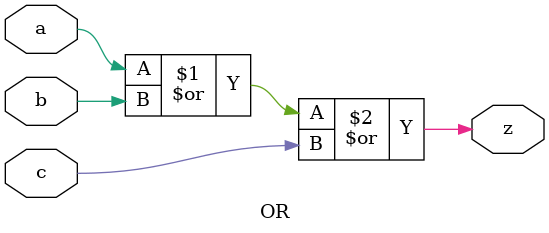
<source format=v>
`timescale 1ns / 1ps


module OR(
input a,
input b,
input c,
output z
    );
    
    assign z = a | b | c;
endmodule

</source>
